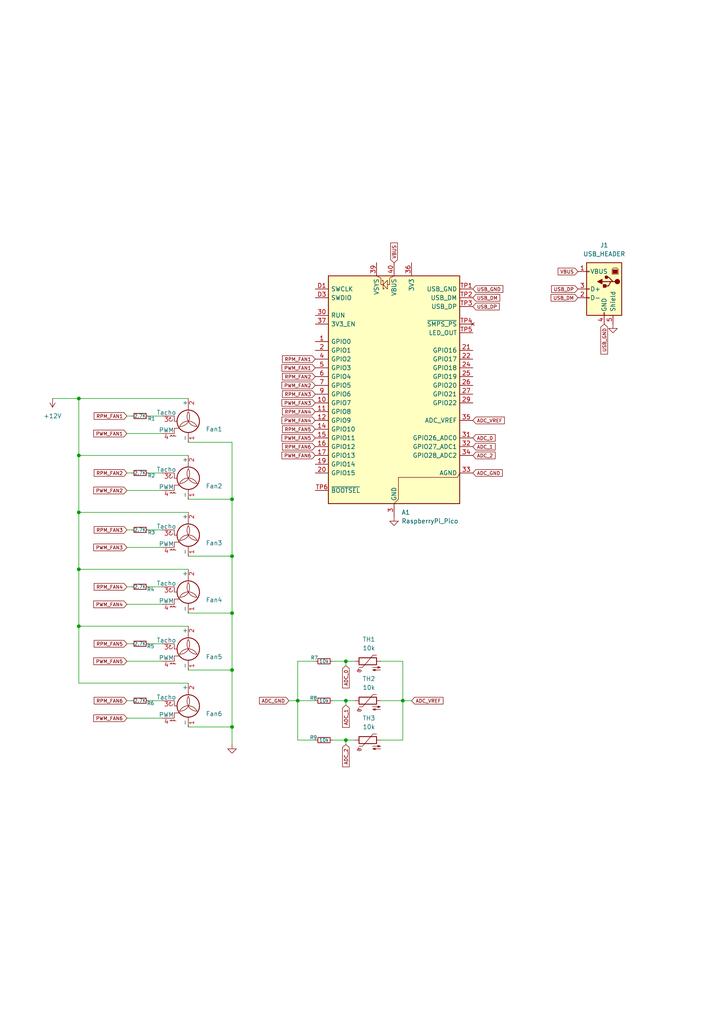
<source format=kicad_sch>
(kicad_sch (version 20250114) (generator "eeschema") (generator_version "9.0")
  (paper "A4" portrait)
  (title_block (title "RP2040 Fan Controller") (rev "0.1.0"))
  (lib_symbols
    (symbol "Connector:USB_B" (pin_names (offset 1.016))
      (property "Reference" "J" (at -5.08 11.43 0))
      (property "Value" "USB_B" (at -5.08 8.89 0))
      (symbol "USB_B_0_1"
        (rectangle (start -5.08 -7.62) (end 5.08 7.62) (stroke (width 0.254)) (fill (type background)))
        (polyline (pts (xy -4.064 4.318) (xy -2.286 4.318) (xy -2.286 5.715) (xy -2.667 6.096) (xy -3.683 6.096) (xy -4.064 5.715) (xy -4.064 4.318)))
        (rectangle (start -3.81 5.588) (end -2.54 4.572) (fill (type outline)))
        (circle (center -3.81 2.159) (radius 0.635) (stroke (width 0.254)) (fill (type outline)))
        (polyline (pts (xy -3.175 2.159) (xy -2.54 2.159) (xy -1.27 3.429) (xy -0.635 3.429)) (stroke (width 0.254)))
        (polyline (pts (xy -2.54 2.159) (xy -1.905 2.159) (xy -1.27 0.889) (xy 0 0.889)) (stroke (width 0.254)))
        (polyline (pts (xy -1.905 2.159) (xy 0.635 2.159)) (stroke (width 0.254)))
        (circle (center -0.635 3.429) (radius 0.381) (stroke (width 0.254)) (fill (type outline)))
        (rectangle (start -0.127 -7.62) (end 0.127 -6.858))
        (rectangle (start 0.254 1.27) (end -0.508 0.508) (stroke (width 0.254)) (fill (type outline)))
        (polyline (pts (xy 0.635 2.794) (xy 0.635 1.524) (xy 1.905 2.159) (xy 0.635 2.794)) (stroke (width 0.254)) (fill (type outline)))
        (rectangle (start 5.08 4.953) (end 4.318 5.207))
        (rectangle (start 5.08 -0.127) (end 4.318 0.127))
        (rectangle (start 5.08 -2.667) (end 4.318 -2.413))
      )
      (symbol "USB_B_1_1"
        (pin passive line (at -2.54 -10.16 90) (length 2.54) (name "Shield") (number "5"))
        (pin power_out line (at 0 -10.16 90) (length 2.54) (name "GND") (number "4"))
        (pin power_out line (at 7.62 5.08 180) (length 2.54) (name "VBUS") (number "1"))
        (pin bidirectional line (at 7.62 0 180) (length 2.54) (name "D+") (number "3"))
        (pin bidirectional line (at 7.62 -2.54 180) (length 2.54) (name "D-") (number "2"))
      )
    )
    (symbol "Device:R_Small" (pin_numbers (hide yes)) (pin_names (offset 0.254) (hide yes))
      (property "Reference" "R" (at 0 0 90))
      (property "Value" "R_Small" (at 1.778 0 90))
      (symbol "R_Small_0_1"
        (rectangle (start -0.762 1.778) (end 0.762 -1.778) (stroke (width 0.2032)))
      )
      (symbol "R_Small_1_1"
        (pin passive line (at 0 2.54 270) (length 0.762) (name "~") (number "1"))
        (pin passive line (at 0 -2.54 90) (length 0.762) (name "~") (number "2"))
      )
    )
    (symbol "Device:Thermistor_NTC" (pin_numbers (hide yes)) (pin_names (offset 0))
      (property "Reference" "TH" (at -4.445 0 90))
      (property "Value" "Thermistor_NTC" (at 3.175 0 90))
      (symbol "Thermistor_NTC_0_1"
        (arc (start -3.175 2.413) (mid -3.0506 2.3165) (end -3.048 2.159))
        (arc (start -3.048 2.794) (mid -2.9736 2.9736) (end -2.794 3.048))
        (arc (start -2.794 3.048) (mid -2.6144 2.9736) (end -2.54 2.794))
        (arc (start -2.794 2.54) (mid -2.9736 2.6144) (end -3.048 2.794))
        (arc (start -2.794 1.905) (mid -2.9736 1.9794) (end -3.048 2.159))
        (arc (start -2.54 2.159) (mid -2.6144 1.9794) (end -2.794 1.905))
        (arc (start -2.159 2.794) (mid -2.434 2.5608) (end -2.794 2.54))
        (polyline (pts (xy -2.54 2.159) (xy -2.54 2.794)))
        (polyline (pts (xy -2.54 -3.683) (xy -2.54 -1.397) (xy -2.794 -2.159) (xy -2.286 -2.159) (xy -2.54 -1.397) (xy -2.54 -1.651)) (fill (type outline)))
        (polyline (pts (xy -1.778 2.54) (xy -1.778 1.524) (xy 1.778 -1.524) (xy 1.778 -2.54)))
        (polyline (pts (xy -1.778 -1.397) (xy -1.778 -3.683) (xy -2.032 -2.921) (xy -1.524 -2.921) (xy -1.778 -3.683) (xy -1.778 -3.429)) (fill (type outline)))
        (rectangle (start -1.016 2.54) (end 1.016 -2.54) (stroke (width 0.254)))
      )
      (symbol "Thermistor_NTC_1_1"
        (pin passive line (at 0 3.81 270) (length 1.27) (name "~") (number "1"))
        (pin passive line (at 0 -3.81 90) (length 1.27) (name "~") (number "2"))
      )
    )
    (symbol "MCU_Module:RaspberryPi_Pico_Extensive" (pin_names (offset 0.762))
      (property "Reference" "A" (at -19.05 35.56 0))
      (property "Value" "RaspberryPi_Pico" (at 7.62 35.56 0))
      (symbol "RaspberryPi_Pico_Extensive_0_1"
        (rectangle (start -19.05 34.29) (end 19.05 -31.75) (stroke (width 0.254)) (fill (type background)))
        (polyline (pts (xy -5.08 34.29) (xy -3.81 33.655) (xy -3.81 31.75) (xy -3.175 31.75)))
        (polyline (pts (xy -3.429 32.766) (xy -3.429 33.02) (xy -3.175 33.02) (xy -3.175 30.48) (xy -2.921 30.48) (xy -2.921 30.734)))
        (polyline (pts (xy -3.175 31.75) (xy -1.905 33.02) (xy -1.905 30.48) (xy -3.175 31.75)))
        (polyline (pts (xy 0 34.29) (xy -1.27 33.655) (xy -1.27 31.75) (xy -1.905 31.75)))
        (polyline (pts (xy 0 -31.75) (xy 1.27 -30.48) (xy 1.27 -24.13) (xy 18.415 -24.13) (xy 19.05 -22.86)))
      )
      (symbol "RaspberryPi_Pico_Extensive_1_1"
        (pin input line (at -22.86 30.48 0) (length 3.81) (name "SWCLK") (number "D1"))
        (pin bidirectional line (at -22.86 27.94 0) (length 3.81) (name "SWDIO") (number "D3"))
        (pin passive line (at -22.86 22.86 0) (length 3.81) (name "RUN") (number "30"))
        (pin passive line (at -22.86 20.32 0) (length 3.81) (name "3V3_EN") (number "37"))
        (pin bidirectional line (at -22.86 15.24 0) (length 3.81) (name "GPIO0") (number "1"))
        (pin bidirectional line (at -22.86 12.7 0) (length 3.81) (name "GPIO1") (number "2"))
        (pin bidirectional line (at -22.86 10.16 0) (length 3.81) (name "GPIO2") (number "4"))
        (pin bidirectional line (at -22.86 7.62 0) (length 3.81) (name "GPIO3") (number "5"))
        (pin bidirectional line (at -22.86 5.08 0) (length 3.81) (name "GPIO4") (number "6"))
        (pin bidirectional line (at -22.86 2.54 0) (length 3.81) (name "GPIO5") (number "7"))
        (pin bidirectional line (at -22.86 0 0) (length 3.81) (name "GPIO6") (number "9"))
        (pin bidirectional line (at -22.86 -2.54 0) (length 3.81) (name "GPIO7") (number "10"))
        (pin bidirectional line (at -22.86 -5.08 0) (length 3.81) (name "GPIO8") (number "11"))
        (pin bidirectional line (at -22.86 -7.62 0) (length 3.81) (name "GPIO9") (number "12"))
        (pin bidirectional line (at -22.86 -10.16 0) (length 3.81) (name "GPIO10") (number "14"))
        (pin bidirectional line (at -22.86 -12.7 0) (length 3.81) (name "GPIO11") (number "15"))
        (pin bidirectional line (at -22.86 -15.24 0) (length 3.81) (name "GPIO12") (number "16"))
        (pin bidirectional line (at -22.86 -17.78 0) (length 3.81) (name "GPIO13") (number "17"))
        (pin bidirectional line (at -22.86 -20.32 0) (length 3.81) (name "GPIO14") (number "19"))
        (pin bidirectional line (at -22.86 -22.86 0) (length 3.81) (name "GPIO15") (number "20"))
        (pin input line (at -22.86 -27.94 0) (length 3.81) (name "~{BOOTSEL}") (number "TP6"))
        (pin power_in line (at -5.08 38.1 270) (length 3.81) (name "VSYS") (number "39"))
        (pin power_out line (at 0 38.1 270) (length 3.81) (name "VBUS") (number "40"))
        (pin passive line (at 0 -35.56 90) (length 3.81) (hide yes) (name "GND") (number "13"))
        (pin passive line (at 0 -35.56 90) (length 3.81) (hide yes) (name "GND") (number "18"))
        (pin passive line (at 0 -35.56 90) (length 3.81) (hide yes) (name "GND") (number "23"))
        (pin passive line (at 0 -35.56 90) (length 3.81) (hide yes) (name "GND") (number "28"))
        (pin power_out line (at 0 -35.56 90) (length 3.81) (name "GND") (number "3"))
        (pin passive line (at 0 -35.56 90) (length 3.81) (hide yes) (name "GND") (number "38"))
        (pin passive line (at 0 -35.56 90) (length 3.81) (hide yes) (name "GND") (number "8"))
        (pin passive line (at 0 -35.56 90) (length 3.81) (hide yes) (name "GND") (number "D2"))
        (pin power_out line (at 5.08 38.1 270) (length 3.81) (name "3V3") (number "36"))
        (pin power_out line (at 22.86 30.48 180) (length 3.81) (name "USB_GND") (number "TP1"))
        (pin bidirectional line (at 22.86 27.94 180) (length 3.81) (name "USB_DM") (number "TP2"))
        (pin bidirectional line (at 22.86 25.4 180) (length 3.81) (name "USB_DP") (number "TP3"))
        (pin no_connect line (at 22.86 20.32 180) (length 3.81) (name "~{SMPS_PS}") (number "TP4"))
        (pin output line (at 22.86 17.78 180) (length 3.81) (name "LED_OUT") (number "TP5"))
        (pin bidirectional line (at 22.86 12.7 180) (length 3.81) (name "GPIO16") (number "21"))
        (pin bidirectional line (at 22.86 10.16 180) (length 3.81) (name "GPIO17") (number "22"))
        (pin bidirectional line (at 22.86 7.62 180) (length 3.81) (name "GPIO18") (number "24"))
        (pin bidirectional line (at 22.86 5.08 180) (length 3.81) (name "GPIO19") (number "25"))
        (pin bidirectional line (at 22.86 2.54 180) (length 3.81) (name "GPIO20") (number "26"))
        (pin bidirectional line (at 22.86 0 180) (length 3.81) (name "GPIO21") (number "27"))
        (pin bidirectional line (at 22.86 -2.54 180) (length 3.81) (name "GPIO22") (number "29"))
        (pin power_in line (at 22.86 -7.62 180) (length 3.81) (name "ADC_VREF") (number "35"))
        (pin bidirectional line (at 22.86 -12.7 180) (length 3.81) (name "GPIO26_ADC0") (number "31"))
        (pin bidirectional line (at 22.86 -15.24 180) (length 3.81) (name "GPIO27_ADC1") (number "32"))
        (pin bidirectional line (at 22.86 -17.78 180) (length 3.81) (name "GPIO28_ADC2") (number "34"))
        (pin power_out line (at 22.86 -22.86 180) (length 3.81) (name "AGND") (number "33"))
      )
    )
    (symbol "Motor:Fan_4pin" (pin_names (offset 0))
      (property "Reference" "M" (at 2.54 5.08 0))
      (property "Value" "Fan_4pin" (at 2.54 -2.54 0))
      (symbol "Fan_4pin_0_0"
        (polyline (pts (xy -5.08 2.032) (xy -5.334 2.159)))
        (polyline (pts (xy -5.08 2.032) (xy -5.207 1.778)))
        (arc (start -4.572 1.524) (mid -5.08 1.0182) (end -5.588 1.524))
        (arc (start -5.588 1.524) (mid -5.4392 1.8832) (end -5.08 2.032))
        (polyline (pts (xy -4.064 2.54) (xy -4.064 1.016) (xy -3.302 1.016)))
      )
      (symbol "Fan_4pin_0_1"
        (polyline (pts (xy -5.334 -3.302) (xy -5.08 -3.302) (xy -5.08 -3.048) (xy -4.826 -3.048) (xy -4.826 -3.302) (xy -4.318 -3.302) (xy -4.318 -3.048) (xy -4.064 -3.048) (xy -4.064 -3.302) (xy -3.556 -3.302)))
        (polyline (pts (xy -4.064 2.54) (xy -5.08 2.54)))
        (polyline (pts (xy -2.54 -1.016) (xy -4.064 -1.016) (xy -4.064 -2.54) (xy -5.08 -2.54)))
        (arc (start 0 3.81) (mid -0.0015 0.9048) (end -2.54 -0.508))
        (polyline (pts (xy 0 4.572) (xy 0 5.08)))
        (polyline (pts (xy 0 4.2672) (xy 0 4.6228)))
        (circle (center 0 1.016) (radius 3.2512) (stroke (width 0.254)))
        (arc (start -2.54 -0.508) (mid 0 1.0618) (end 2.54 -0.508))
        (polyline (pts (xy 0 -2.2352) (xy 0 -2.6416)))
        (polyline (pts (xy 0 -5.08) (xy 0 -4.572)))
        (arc (start 2.54 -0.508) (mid 0.047 0.9315) (end 0 3.81))
      )
      (symbol "Fan_4pin_1_1"
        (pin passive line (at -7.62 2.54 0) (length 2.54) (name "Tacho") (number "3"))
        (pin input line (at -7.62 -2.54 0) (length 2.54) (name "PWM") (number "4"))
        (pin passive line (at 0 7.62 270) (length 2.54) (name "+") (number "2"))
        (pin passive line (at 0 -5.08 90) (length 2.54) (name "-") (number "1"))
      )
    )
    (symbol "power:+12V" (power) (pin_numbers (hide yes)) (pin_names (offset 0) (hide yes))
      (property "Value" "+12V" (at 0 3.556 0))
      (symbol "+12V_0_1"
        (polyline (pts (xy -0.762 1.27) (xy 0 2.54)))
        (polyline (pts (xy 0 2.54) (xy 0.762 1.27)))
        (polyline (pts (xy 0 0) (xy 0 2.54)))
      )
      (symbol "+12V_1_1"
        (pin power_in line (at 0 0 90) (length 0) (name "~") (number "1"))
      )
    )
    (symbol "power:GND" (power) (pin_numbers (hide yes)) (pin_names (offset 0) (hide yes))
      (property "Value" "GND" (at 0 -3.81 0))
      (symbol "GND_0_1"
        (polyline (pts (xy 0 0) (xy 0 -1.27) (xy 1.27 -1.27) (xy 0 -2.54) (xy -1.27 -1.27) (xy 0 -1.27)))
      )
      (symbol "GND_1_1"
        (pin power_in line (at 0 0 270) (length 0) (name "~") (number "1"))
      )
    )
  )
  (junction (at 67.31 210.82))
  (junction (at 100.33 203.2))
  (junction (at 22.86 148.59))
  (junction (at 22.86 132.08))
  (junction (at 86.36 203.2))
  (junction (at 67.31 161.29))
  (junction (at 67.31 177.8))
  (junction (at 22.86 181.61))
  (junction (at 100.33 191.77))
  (junction (at 100.33 214.63))
  (junction (at 22.86 165.1))
  (junction (at 22.86 115.57))
  (junction (at 67.31 144.78))
  (junction (at 116.84 203.2))
  (junction (at 67.31 194.31))
  (wire (pts (xy 83.82 203.2) (xy 86.36 203.2)))
  (wire (pts (xy 86.36 203.2) (xy 91.44 203.2)))
  (wire (pts (xy 38.1 186.69) (xy 36.83 186.69)))
  (wire (pts (xy 67.31 161.29) (xy 67.31 177.8)))
  (wire (pts (xy 67.31 194.31) (xy 67.31 210.82)))
  (wire (pts (xy 46.99 120.65) (xy 43.18 120.65)))
  (wire (pts (xy 46.99 125.73) (xy 36.83 125.73)))
  (wire (pts (xy 67.31 144.78) (xy 67.31 161.29)))
  (wire (pts (xy 96.52 191.77) (xy 100.33 191.77)))
  (wire (pts (xy 46.99 137.16) (xy 43.18 137.16)))
  (wire (pts (xy 46.99 170.18) (xy 43.18 170.18)))
  (wire (pts (xy 46.99 191.77) (xy 36.83 191.77)))
  (wire (pts (xy 91.44 214.63) (xy 86.36 214.63)))
  (wire (pts (xy 54.61 165.1) (xy 22.86 165.1)))
  (wire (pts (xy 110.49 191.77) (xy 116.84 191.77)))
  (wire (pts (xy 46.99 203.2) (xy 43.18 203.2)))
  (wire (pts (xy 46.99 175.26) (xy 36.83 175.26)))
  (wire (pts (xy 86.36 191.77) (xy 86.36 203.2)))
  (wire (pts (xy 46.99 208.28) (xy 36.83 208.28)))
  (wire (pts (xy 91.44 191.77) (xy 86.36 191.77)))
  (wire (pts (xy 38.1 170.18) (xy 36.83 170.18)))
  (wire (pts (xy 54.61 177.8) (xy 67.31 177.8)))
  (wire (pts (xy 100.33 191.77) (xy 102.87 191.77)))
  (wire (pts (xy 54.61 144.78) (xy 67.31 144.78)))
  (wire (pts (xy 100.33 214.63) (xy 100.33 215.9)))
  (wire (pts (xy 96.52 203.2) (xy 100.33 203.2)))
  (wire (pts (xy 96.52 214.63) (xy 100.33 214.63)))
  (wire (pts (xy 46.99 158.75) (xy 36.83 158.75)))
  (wire (pts (xy 54.61 198.12) (xy 22.86 198.12)))
  (wire (pts (xy 22.86 115.57) (xy 54.61 115.57)))
  (wire (pts (xy 110.49 214.63) (xy 116.84 214.63)))
  (wire (pts (xy 110.49 203.2) (xy 116.84 203.2)))
  (wire (pts (xy 46.99 186.69) (xy 43.18 186.69)))
  (wire (pts (xy 38.1 153.67) (xy 36.83 153.67)))
  (wire (pts (xy 54.61 161.29) (xy 67.31 161.29)))
  (wire (pts (xy 54.61 194.31) (xy 67.31 194.31)))
  (wire (pts (xy 67.31 210.82) (xy 67.31 215.9)))
  (wire (pts (xy 54.61 181.61) (xy 22.86 181.61)))
  (wire (pts (xy 116.84 203.2) (xy 116.84 214.63)))
  (wire (pts (xy 22.86 165.1) (xy 22.86 148.59)))
  (wire (pts (xy 67.31 128.27) (xy 67.31 144.78)))
  (wire (pts (xy 100.33 191.77) (xy 100.33 193.04)))
  (wire (pts (xy 38.1 137.16) (xy 36.83 137.16)))
  (wire (pts (xy 54.61 148.59) (xy 22.86 148.59)))
  (wire (pts (xy 116.84 191.77) (xy 116.84 203.2)))
  (wire (pts (xy 100.33 204.47) (xy 100.33 203.2)))
  (wire (pts (xy 38.1 203.2) (xy 36.83 203.2)))
  (wire (pts (xy 116.84 203.2) (xy 119.38 203.2)))
  (wire (pts (xy 46.99 142.24) (xy 36.83 142.24)))
  (wire (pts (xy 22.86 148.59) (xy 22.86 132.08)))
  (wire (pts (xy 100.33 203.2) (xy 102.87 203.2)))
  (wire (pts (xy 15.24 115.57) (xy 22.86 115.57)))
  (wire (pts (xy 46.99 153.67) (xy 43.18 153.67)))
  (wire (pts (xy 22.86 181.61) (xy 22.86 198.12)))
  (wire (pts (xy 22.86 165.1) (xy 22.86 181.61)))
  (wire (pts (xy 54.61 210.82) (xy 67.31 210.82)))
  (wire (pts (xy 86.36 214.63) (xy 86.36 203.2)))
  (wire (pts (xy 67.31 177.8) (xy 67.31 194.31)))
  (wire (pts (xy 22.86 132.08) (xy 22.86 115.57)))
  (wire (pts (xy 54.61 132.08) (xy 22.86 132.08)))
  (wire (pts (xy 36.83 120.65) (xy 38.1 120.65)))
  (wire (pts (xy 54.61 128.27) (xy 67.31 128.27)))
  (wire (pts (xy 100.33 214.63) (xy 102.87 214.63)))
  (global_label "ADC_VREF" (shape input) (at 119.38 203.2 0) (effects (font (size 1 1))) (property "Intersheetrefs" "${INTERSHEET_REFS}" (effects (hide yes))))
  (global_label "RPM_FAN1" (shape input) (at 91.44 104.14 180) (effects (font (size 1 1))) (property "Intersheetrefs" "${INTERSHEET_REFS}" (effects (hide yes))))
  (global_label "PWM_FAN1" (shape input) (at 36.83 125.73 180) (effects (font (size 1 1))) (property "Intersheetrefs" "${INTERSHEET_REFS}" (effects (hide yes))))
  (global_label "PWM_FAN6" (shape input) (at 36.83 208.28 180) (effects (font (size 1 1))) (property "Intersheetrefs" "${INTERSHEET_REFS}" (effects (hide yes))))
  (global_label "USB_DM" (shape input) (at 167.64 86.36 180) (effects (font (size 1 1))) (property "Intersheetrefs" "${INTERSHEET_REFS}" (effects (hide yes))))
  (global_label "USB_DP" (shape input) (at 137.16 88.9 0) (effects (font (size 1 1))) (property "Intersheetrefs" "${INTERSHEET_REFS}" (effects (hide yes))))
  (global_label "ADC_0" (shape input) (at 100.33 193.04 270) (effects (font (size 1 1))) (property "Intersheetrefs" "${INTERSHEET_REFS}" (effects (hide yes))))
  (global_label "PWM_FAN6" (shape input) (at 91.44 132.08 180) (effects (font (size 1 1))) (property "Intersheetrefs" "${INTERSHEET_REFS}" (effects (hide yes))))
  (global_label "ADC_VREF" (shape input) (at 137.16 121.92 0) (effects (font (size 1 1))) (property "Intersheetrefs" "${INTERSHEET_REFS}" (effects (hide yes))))
  (global_label "PWM_FAN3" (shape input) (at 91.44 116.84 180) (effects (font (size 1 1))) (property "Intersheetrefs" "${INTERSHEET_REFS}" (effects (hide yes))))
  (global_label "ADC_GND" (shape input) (at 83.82 203.2 180) (effects (font (size 1 1))) (property "Intersheetrefs" "${INTERSHEET_REFS}" (effects (hide yes))))
  (global_label "PWM_FAN5" (shape input) (at 36.83 191.77 180) (effects (font (size 1 1))) (property "Intersheetrefs" "${INTERSHEET_REFS}" (effects (hide yes))))
  (global_label "RPM_FAN4" (shape input) (at 36.83 170.18 180) (effects (font (size 1 1))) (property "Intersheetrefs" "${INTERSHEET_REFS}" (effects (hide yes))))
  (global_label "USB_DP" (shape input) (at 167.64 83.82 180) (effects (font (size 1 1))) (property "Intersheetrefs" "${INTERSHEET_REFS}" (effects (hide yes))))
  (global_label "USB_GND" (shape input) (at 137.16 83.82 0) (effects (font (size 1 1))) (property "Intersheetrefs" "${INTERSHEET_REFS}" (effects (hide yes))))
  (global_label "PWM_FAN4" (shape input) (at 36.83 175.26 180) (effects (font (size 1 1))) (property "Intersheetrefs" "${INTERSHEET_REFS}" (effects (hide yes))))
  (global_label "USB_GND" (shape input) (at 175.26 93.98 270) (effects (font (size 1 1))) (property "Intersheetrefs" "${INTERSHEET_REFS}" (effects (hide yes))))
  (global_label "PWM_FAN2" (shape input) (at 91.44 111.76 180) (effects (font (size 1 1))) (property "Intersheetrefs" "${INTERSHEET_REFS}" (effects (hide yes))))
  (global_label "PWM_FAN1" (shape input) (at 91.44 106.68 180) (effects (font (size 1 1))) (property "Intersheetrefs" "${INTERSHEET_REFS}" (effects (hide yes))))
  (global_label "PWM_FAN3" (shape input) (at 36.83 158.75 180) (effects (font (size 1 1))) (property "Intersheetrefs" "${INTERSHEET_REFS}" (effects (hide yes))))
  (global_label "ADC_2" (shape input) (at 137.16 132.08 0) (effects (font (size 1 1))) (property "Intersheetrefs" "${INTERSHEET_REFS}" (effects (hide yes))))
  (global_label "RPM_FAN5" (shape input) (at 91.44 124.46 180) (effects (font (size 1 1))) (property "Intersheetrefs" "${INTERSHEET_REFS}" (effects (hide yes))))
  (global_label "PWM_FAN2" (shape input) (at 36.83 142.24 180) (effects (font (size 1 1))) (property "Intersheetrefs" "${INTERSHEET_REFS}" (effects (hide yes))))
  (global_label "PWM_FAN5" (shape input) (at 91.44 127 180) (effects (font (size 1 1))) (property "Intersheetrefs" "${INTERSHEET_REFS}" (effects (hide yes))))
  (global_label "RPM_FAN2" (shape input) (at 36.83 137.16 180) (effects (font (size 1 1))) (property "Intersheetrefs" "${INTERSHEET_REFS}" (effects (hide yes))))
  (global_label "USB_DM" (shape input) (at 137.16 86.36 0) (effects (font (size 1 1))) (property "Intersheetrefs" "${INTERSHEET_REFS}" (effects (hide yes))))
  (global_label "ADC_1" (shape input) (at 100.33 204.47 270) (effects (font (size 1 1))) (property "Intersheetrefs" "${INTERSHEET_REFS}" (effects (hide yes))))
  (global_label "ADC_2" (shape input) (at 100.33 215.9 270) (effects (font (size 1 1))) (property "Intersheetrefs" "${INTERSHEET_REFS}" (effects (hide yes))))
  (global_label "RPM_FAN3" (shape input) (at 91.44 114.3 180) (effects (font (size 1 1))) (property "Intersheetrefs" "${INTERSHEET_REFS}" (effects (hide yes))))
  (global_label "RPM_FAN6" (shape input) (at 36.83 203.2 180) (effects (font (size 1 1))) (property "Intersheetrefs" "${INTERSHEET_REFS}" (effects (hide yes))))
  (global_label "RPM_FAN6" (shape input) (at 91.44 129.54 180) (effects (font (size 1 1))) (property "Intersheetrefs" "${INTERSHEET_REFS}" (effects (hide yes))))
  (global_label "ADC_1" (shape input) (at 137.16 129.54 0) (effects (font (size 1 1))) (property "Intersheetrefs" "${INTERSHEET_REFS}" (effects (hide yes))))
  (global_label "RPM_FAN3" (shape input) (at 36.83 153.67 180) (effects (font (size 1 1))) (property "Intersheetrefs" "${INTERSHEET_REFS}" (effects (hide yes))))
  (global_label "ADC_GND" (shape input) (at 137.16 137.16 0) (effects (font (size 1 1))) (property "Intersheetrefs" "${INTERSHEET_REFS}" (effects (hide yes))))
  (global_label "VBUS" (shape input) (at 114.3 76.2 90) (effects (font (size 1 1))) (property "Intersheetrefs" "${INTERSHEET_REFS}" (effects (hide yes))))
  (global_label "RPM_FAN5" (shape input) (at 36.83 186.69 180) (effects (font (size 1 1))) (property "Intersheetrefs" "${INTERSHEET_REFS}" (effects (hide yes))))
  (global_label "RPM_FAN4" (shape input) (at 91.44 119.38 180) (effects (font (size 1 1))) (property "Intersheetrefs" "${INTERSHEET_REFS}" (effects (hide yes))))
  (global_label "PWM_FAN4" (shape input) (at 91.44 121.92 180) (effects (font (size 1 1))) (property "Intersheetrefs" "${INTERSHEET_REFS}" (effects (hide yes))))
  (global_label "RPM_FAN1" (shape input) (at 36.83 120.65 180) (effects (font (size 1 1))) (property "Intersheetrefs" "${INTERSHEET_REFS}" (effects (hide yes))))
  (global_label "ADC_0" (shape input) (at 137.16 127 0) (effects (font (size 1 1))) (property "Intersheetrefs" "${INTERSHEET_REFS}" (effects (hide yes))))
  (global_label "RPM_FAN2" (shape input) (at 91.44 109.22 180) (effects (font (size 1 1))) (property "Intersheetrefs" "${INTERSHEET_REFS}" (effects (hide yes))))
  (global_label "VBUS" (shape input) (at 167.64 78.74 180) (effects (font (size 1 1))) (property "Intersheetrefs" "${INTERSHEET_REFS}" (effects (hide yes))))
  (symbol (lib_id "Device:R_Small") (at 40.64 170.18 270) (unit 1)
    (property "Reference" "R4" (at 43.688 170.942 90) (effects (font (size 1.016 1.016))))
    (property "Value" "2.7K" (at 40.64 170.18 90) (effects (font (size 1 1))))
    (property "Footprint" "Resistor_THT:R_Axial_DIN0204_L3.6mm_D1.6mm_P7.62mm_Horizontal" (effects (hide yes)))
    (property "Description" "Resistor, small symbol" (effects (hide yes)))
  )
  (symbol (lib_id "Motor:Fan_4pin") (at 54.61 123.19 0) (unit 1)
    (property "Reference" "Fan1" (at 59.69 124.4601 0) (effects (justify left)))
    (property "Value" "Fan_4pin" (effects (hide yes)))
    (property "Footprint" "Connector_PinHeader_2.54mm:PinHeader_1x04_P2.54mm_Horizontal" (effects (hide yes)))
    (property "Datasheet" "http://www.formfactors.org/developer%5Cspecs%5Crev1_2_public.pdf" (effects (hide yes)))
    (property "Description" "Fan, tacho output, PWM input, 4-pin connector" (effects (hide yes)))
  )
  (symbol (lib_id "Motor:Fan_4pin") (at 54.61 189.23 0) (unit 1)
    (property "Reference" "Fan5" (at 59.69 190.5001 0) (effects (justify left)))
    (property "Value" "Fan_4pin" (effects (hide yes)))
    (property "Footprint" "Connector_PinHeader_2.54mm:PinHeader_1x04_P2.54mm_Horizontal" (effects (hide yes)))
    (property "Datasheet" "http://www.formfactors.org/developer%5Cspecs%5Crev1_2_public.pdf" (effects (hide yes)))
    (property "Description" "Fan, tacho output, PWM input, 4-pin connector" (effects (hide yes)))
  )
  (symbol (lib_id "Device:Thermistor_NTC") (at 106.68 191.77 90) (unit 1)
    (property "Reference" "TH1" (at 106.9975 185.42 90))
    (property "Value" "10k" (at 106.9975 187.96 90))
    (property "Footprint" "Connector_PinHeader_2.54mm:PinHeader_1x02_P2.54mm_Horizontal" (effects (hide yes)))
    (property "Description" "Temperature dependent resistor, negative temperature coefficient" (effects (hide yes)))
  )
  (symbol (lib_id "power:GND") (at 67.31 215.9 0) (unit 1)
    (property "Reference" "#PWR03" (effects (hide yes)))
    (property "Value" "GND" (effects (hide yes)))
    (property "Description" "Power symbol creates a global label with name \"GND\" , ground" (effects (hide yes)))
  )
  (symbol (lib_id "Device:R_Small") (at 40.64 186.69 270) (unit 1)
    (property "Reference" "R5" (at 43.688 187.452 90) (effects (font (size 1.016 1.016))))
    (property "Value" "2.7K" (at 40.64 186.69 90) (effects (font (size 1 1))))
    (property "Footprint" "Resistor_THT:R_Axial_DIN0204_L3.6mm_D1.6mm_P7.62mm_Horizontal" (effects (hide yes)))
    (property "Description" "Resistor, small symbol" (effects (hide yes)))
  )
  (symbol (lib_id "Device:R_Small") (at 40.64 120.65 270) (unit 1)
    (property "Reference" "R1" (at 43.942 121.412 90) (effects (font (size 1.016 1.016))))
    (property "Value" "2.7K" (at 40.64 120.65 90) (effects (font (size 1 1))))
    (property "Footprint" "Resistor_THT:R_Axial_DIN0204_L3.6mm_D1.6mm_P7.62mm_Horizontal" (effects (hide yes)))
    (property "Description" "Resistor, small symbol" (effects (hide yes)))
  )
  (symbol (lib_id "Device:R_Small") (at 40.64 153.67 270) (unit 1)
    (property "Reference" "R3" (at 43.942 154.432 90) (effects (font (size 1.016 1.016))))
    (property "Value" "2.7K" (at 40.64 153.67 90) (effects (font (size 1 1))))
    (property "Footprint" "Resistor_THT:R_Axial_DIN0204_L3.6mm_D1.6mm_P7.62mm_Horizontal" (effects (hide yes)))
    (property "Description" "Resistor, small symbol" (effects (hide yes)))
  )
  (symbol (lib_id "Device:Thermistor_NTC") (at 106.68 214.63 90) (unit 1)
    (property "Reference" "TH3" (at 106.9975 208.28 90))
    (property "Value" "10k" (at 106.9975 210.82 90))
    (property "Footprint" "Connector_PinHeader_2.54mm:PinHeader_1x02_P2.54mm_Horizontal" (effects (hide yes)))
    (property "Description" "Temperature dependent resistor, negative temperature coefficient" (effects (hide yes)))
  )
  (symbol (lib_id "MCU_Module:RaspberryPi_Pico_Extensive") (at 114.3 114.3 0) (unit 1)
    (property "Reference" "A1" (at 116.4433 148.59 0) (effects (justify left)))
    (property "Value" "RaspberryPi_Pico" (at 116.4433 151.13 0) (effects (justify left)))
    (property "Footprint" "Module:RaspberryPi_Pico_SMD" (effects (hide yes)))
    (property "Datasheet" "https://datasheets.raspberrypi.com/pico/pico-datasheet.pdf" (effects (hide yes)))
    (property "Description" "Versatile and inexpensive microcontroller module (with full pinout for test point and debug connections) powered by RP2040 dual-core Arm Cortex-M0+ processor up to 133 MHz, 264kB SRAM, 2MB QSPI flash; also supports Raspberry Pi Pico 2" (effects (hide yes)))
  )
  (symbol (lib_id "Device:R_Small") (at 93.98 191.77 90) (unit 1)
    (property "Reference" "R7" (at 91.186 190.754 90) (effects (font (size 1.016 1.016))))
    (property "Value" "10k" (at 93.98 191.77 90) (effects (font (size 1 1))))
    (property "Footprint" "Resistor_THT:R_Axial_DIN0204_L3.6mm_D1.6mm_P7.62mm_Horizontal" (effects (hide yes)))
    (property "Description" "Resistor, small symbol" (effects (hide yes)))
  )
  (symbol (lib_id "Connector:USB_B") (at 175.26 83.82 0) (mirror y) (unit 1)
    (property "Reference" "J1" (at 175.26 71.12 0))
    (property "Value" "USB_HEADER" (at 175.26 73.66 0))
    (property "Footprint" "Connector_PinHeader_2.54mm:PinHeader_1x05_P2.54mm_Horizontal" (effects (hide yes)))
    (property "Description" "USB Type B connector" (effects (hide yes)))
  )
  (symbol (lib_id "Device:R_Small") (at 40.64 137.16 270) (unit 1)
    (property "Reference" "R2" (at 43.942 137.922 90) (effects (font (size 1.016 1.016))))
    (property "Value" "2.7K" (at 40.64 137.16 90) (effects (font (size 1 1))))
    (property "Footprint" "Resistor_THT:R_Axial_DIN0204_L3.6mm_D1.6mm_P7.62mm_Horizontal" (effects (hide yes)))
    (property "Description" "Resistor, small symbol" (effects (hide yes)))
  )
  (symbol (lib_id "Motor:Fan_4pin") (at 54.61 139.7 0) (unit 1)
    (property "Reference" "Fan2" (at 59.69 140.9701 0) (effects (justify left)))
    (property "Value" "Fan_4pin" (effects (hide yes)))
    (property "Footprint" "Connector_PinHeader_2.54mm:PinHeader_1x04_P2.54mm_Horizontal" (effects (hide yes)))
    (property "Datasheet" "http://www.formfactors.org/developer%5Cspecs%5Crev1_2_public.pdf" (effects (hide yes)))
    (property "Description" "Fan, tacho output, PWM input, 4-pin connector" (effects (hide yes)))
  )
  (symbol (lib_id "power:GND") (at 114.3 149.86 0) (unit 1)
    (property "Reference" "#PWR01" (effects (hide yes)))
    (property "Value" "GND" (effects (hide yes)))
    (property "Description" "Power symbol creates a global label with name \"GND\" , ground" (effects (hide yes)))
  )
  (symbol (lib_id "Device:R_Small") (at 40.64 203.2 270) (unit 1)
    (property "Reference" "R6" (at 43.688 203.962 90) (effects (font (size 1.016 1.016))))
    (property "Value" "2.7K" (at 40.64 203.2 90) (effects (font (size 1 1))))
    (property "Footprint" "Resistor_THT:R_Axial_DIN0204_L3.6mm_D1.6mm_P7.62mm_Horizontal" (effects (hide yes)))
    (property "Description" "Resistor, small symbol" (effects (hide yes)))
  )
  (symbol (lib_id "Device:R_Small") (at 93.98 203.2 90) (unit 1)
    (property "Reference" "R8" (at 90.932 202.438 90) (effects (font (size 1.016 1.016))))
    (property "Value" "10k" (at 93.98 203.2 90) (effects (font (size 1 1))))
    (property "Footprint" "Resistor_THT:R_Axial_DIN0204_L3.6mm_D1.6mm_P7.62mm_Horizontal" (effects (hide yes)))
    (property "Description" "Resistor, small symbol" (effects (hide yes)))
  )
  (symbol (lib_id "Motor:Fan_4pin") (at 54.61 205.74 0) (unit 1)
    (property "Reference" "Fan6" (at 59.69 207.0101 0) (effects (justify left)))
    (property "Value" "Fan_4pin" (effects (hide yes)))
    (property "Footprint" "Connector_PinHeader_2.54mm:PinHeader_1x04_P2.54mm_Horizontal" (effects (hide yes)))
    (property "Datasheet" "http://www.formfactors.org/developer%5Cspecs%5Crev1_2_public.pdf" (effects (hide yes)))
    (property "Description" "Fan, tacho output, PWM input, 4-pin connector" (effects (hide yes)))
  )
  (symbol (lib_id "Device:R_Small") (at 93.98 214.63 90) (unit 1)
    (property "Reference" "R9" (at 90.932 213.868 90) (effects (font (size 1.016 1.016))))
    (property "Value" "10k" (at 93.98 214.63 90) (effects (font (size 1 1))))
    (property "Footprint" "Resistor_THT:R_Axial_DIN0204_L3.6mm_D1.6mm_P7.62mm_Horizontal" (effects (hide yes)))
    (property "Description" "Resistor, small symbol" (effects (hide yes)))
  )
  (symbol (lib_id "Motor:Fan_4pin") (at 54.61 172.72 0) (unit 1)
    (property "Reference" "Fan4" (at 59.69 173.9901 0) (effects (justify left)))
    (property "Value" "Fan_4pin" (effects (hide yes)))
    (property "Footprint" "Connector_PinHeader_2.54mm:PinHeader_1x04_P2.54mm_Horizontal" (effects (hide yes)))
    (property "Datasheet" "http://www.formfactors.org/developer%5Cspecs%5Crev1_2_public.pdf" (effects (hide yes)))
    (property "Description" "Fan, tacho output, PWM input, 4-pin connector" (effects (hide yes)))
  )
  (symbol (lib_id "Motor:Fan_4pin") (at 54.61 156.21 0) (unit 1)
    (property "Reference" "Fan3" (at 59.69 157.4801 0) (effects (justify left)))
    (property "Value" "Fan_4pin" (effects (hide yes)))
    (property "Footprint" "Connector_PinHeader_2.54mm:PinHeader_1x04_P2.54mm_Horizontal" (effects (hide yes)))
    (property "Datasheet" "http://www.formfactors.org/developer%5Cspecs%5Crev1_2_public.pdf" (effects (hide yes)))
    (property "Description" "Fan, tacho output, PWM input, 4-pin connector" (effects (hide yes)))
  )
  (symbol (lib_id "power:+12V") (at 15.24 115.57 180) (unit 1)
    (property "Reference" "#PWR02" (effects (hide yes)))
    (property "Value" "+12V" (at 15.24 120.65 0))
    (property "Description" "Power symbol creates a global label with name \"+12V\"" (effects (hide yes)))
  )
  (symbol (lib_id "Device:Thermistor_NTC") (at 106.68 203.2 90) (unit 1)
    (property "Reference" "TH2" (at 106.9975 196.85 90))
    (property "Value" "10k" (at 106.9975 199.39 90))
    (property "Footprint" "Connector_PinHeader_2.54mm:PinHeader_1x02_P2.54mm_Horizontal" (effects (hide yes)))
    (property "Description" "Temperature dependent resistor, negative temperature coefficient" (effects (hide yes)))
  )
  (symbol (lib_id "power:GND") (at 177.8 93.98 0) (unit 1)
    (property "Reference" "#PWR04" (effects (hide yes)))
    (property "Value" "GND" (effects (hide yes)))
    (property "Description" "Power symbol creates a global label with name \"GND\" , ground" (effects (hide yes)))
  )
)
</source>
